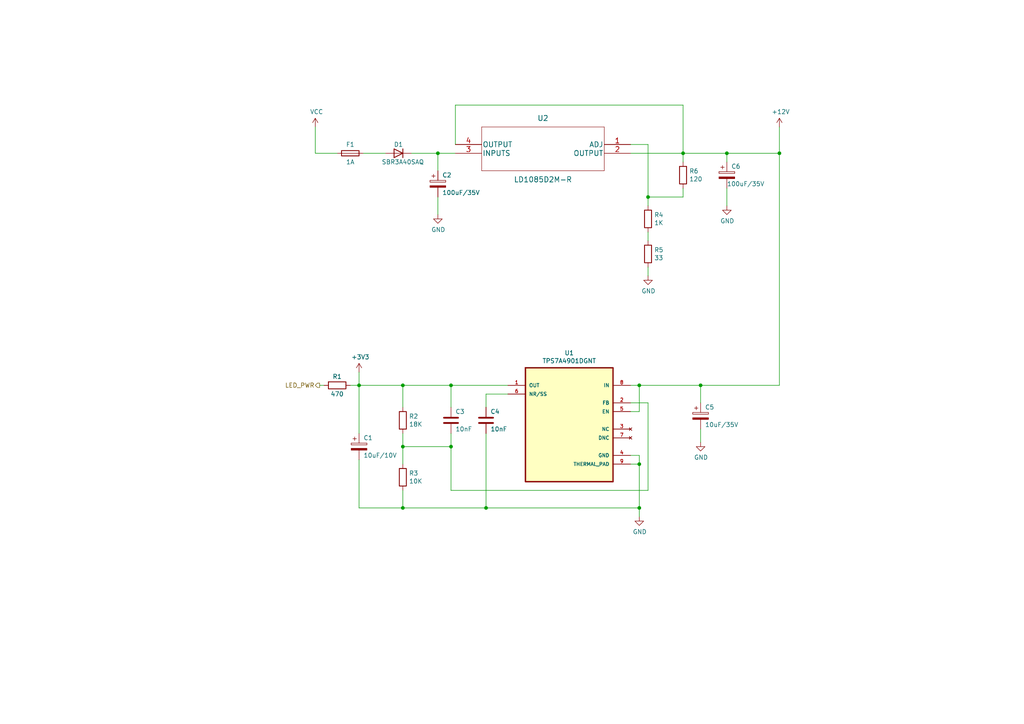
<source format=kicad_sch>
(kicad_sch (version 20211123) (generator eeschema)
  (paper "A4")
  (title_block (title "KAPAK/VANA KONTROL KARTI") (date "2022-06-28") (rev "2.0") (company "AKIM Elektronik LTD. STI.") (comment 1 "kursad@akim.com.tr") (comment 2 "Kursad Karslioglu"))
  (lib_symbols
    (symbol "Device:C" (pin_numbers hide) (pin_names (offset 0.254))
      (property "Reference" "C" (at 0.635 2.54 0))
      (property "Value" "C" (at 0.635 -2.54 0))
      (symbol "C_0_1"
        (polyline (pts (xy -2.032 -0.762) (xy 2.032 -0.762)) (stroke (width 0.508)))
        (polyline (pts (xy -2.032 0.762) (xy 2.032 0.762)) (stroke (width 0.508)))
      )
      (symbol "C_1_1"
        (pin passive line (at 0 3.81 270) (length 2.794) (name "~") (number "1"))
        (pin passive line (at 0 -3.81 90) (length 2.794) (name "~") (number "2"))
      )
    )
    (symbol "Device:CP" (pin_numbers hide) (pin_names (offset 0.254))
      (property "Reference" "C" (at 0.635 2.54 0))
      (property "Value" "Device_CP" (at 0.635 -2.54 0))
      (symbol "CP_0_1"
        (rectangle (start -2.286 0.508) (end 2.286 1.016))
        (polyline (pts (xy -1.778 2.286) (xy -0.762 2.286)))
        (polyline (pts (xy -1.27 2.794) (xy -1.27 1.778)))
        (rectangle (start 2.286 -0.508) (end -2.286 -1.016) (fill (type outline)))
      )
      (symbol "CP_1_1"
        (pin passive line (at 0 3.81 270) (length 2.794) (name "~") (number "1"))
        (pin passive line (at 0 -3.81 90) (length 2.794) (name "~") (number "2"))
      )
    )
    (symbol "Device:D" (pin_numbers hide) (pin_names (offset 1.016) hide)
      (property "Reference" "D" (at 0 2.54 0))
      (property "Value" "D" (at 0 -2.54 0))
      (symbol "D_0_1"
        (polyline (pts (xy -1.27 1.27) (xy -1.27 -1.27)) (stroke (width 0.254)))
        (polyline (pts (xy 1.27 0) (xy -1.27 0)))
        (polyline (pts (xy 1.27 1.27) (xy 1.27 -1.27) (xy -1.27 0) (xy 1.27 1.27)) (stroke (width 0.254)))
      )
      (symbol "D_1_1"
        (pin passive line (at -3.81 0 0) (length 2.54) (name "K") (number "1"))
        (pin passive line (at 3.81 0 180) (length 2.54) (name "A") (number "2"))
      )
    )
    (symbol "Device:Fuse" (pin_numbers hide) (pin_names (offset 0))
      (property "Reference" "F" (at 2.032 0 90))
      (property "Value" "Fuse" (at -1.905 0 90))
      (symbol "Fuse_0_1"
        (rectangle (start -0.762 -2.54) (end 0.762 2.54) (stroke (width 0.254)))
        (polyline (pts (xy 0 2.54) (xy 0 -2.54)))
      )
      (symbol "Fuse_1_1"
        (pin passive line (at 0 3.81 270) (length 1.27) (name "~") (number "1"))
        (pin passive line (at 0 -3.81 90) (length 1.27) (name "~") (number "2"))
      )
    )
    (symbol "Device:R" (pin_numbers hide) (pin_names (offset 0))
      (property "Reference" "R" (at 2.032 0 90))
      (property "Value" "R" (at 0 0 90))
      (symbol "R_0_1"
        (rectangle (start -1.016 -2.54) (end 1.016 2.54) (stroke (width 0.254)))
      )
      (symbol "R_1_1"
        (pin passive line (at 0 3.81 270) (length 1.27) (name "~") (number "1"))
        (pin passive line (at 0 -3.81 90) (length 1.27) (name "~") (number "2"))
      )
    )
    (symbol "LD1085D2MR:LD1085D2M-R" (pin_names (offset 0.254))
      (property "Reference" "U" (at 25.4 10.16 0))
      (property "Value" "LD1085D2M-R" (at 25.4 7.62 0))
      (symbol "LD1085D2M-R_1_1"
        (polyline (pts (xy 7.62 -7.62) (xy 43.18 -7.62)) (stroke (width 0.127)))
        (polyline (pts (xy 7.62 5.08) (xy 7.62 -7.62)) (stroke (width 0.127)))
        (polyline (pts (xy 43.18 -7.62) (xy 43.18 5.08)) (stroke (width 0.127)))
        (polyline (pts (xy 43.18 5.08) (xy 7.62 5.08)) (stroke (width 0.127)))
        (pin unspecified line (at 0 0 0) (length 7.62) (name "ADJ") (number "1"))
        (pin output line (at 0 -2.54 0) (length 7.62) (name "OUTPUT") (number "2"))
        (pin input line (at 50.8 -2.54 180) (length 7.62) (name "INPUTS") (number "3"))
        (pin output line (at 50.8 0 180) (length 7.62) (name "OUTPUT") (number "4"))
      )
    )
    (symbol "TPS7A4901DGNT:TPS7A4901DGNT" (pin_names (offset 1.016))
      (property "Reference" "U" (at -5.4864 14.5796 0))
      (property "Value" "TPS7A4901DGNT" (at -3.7846 -23.2918 0))
      (symbol "TPS7A4901DGNT_0_0"
        (rectangle (start -12.7 -20.32) (end 12.7 12.7) (stroke (width 0.4064)) (fill (type background)))
        (pin output line (at 17.78 7.62 180) (length 5.08) (name "OUT") (number "1"))
        (pin input line (at -17.78 2.54 0) (length 5.08) (name "FB") (number "2"))
        (pin no_connect line (at -17.78 -5.08 0) (length 5.08) (name "NC") (number "3"))
        (pin passive line (at -17.78 -12.7 0) (length 5.08) (name "GND") (number "4"))
        (pin input line (at -17.78 0 0) (length 5.08) (name "EN") (number "5"))
        (pin input line (at 17.78 5.08 180) (length 5.08) (name "NR/SS") (number "6"))
        (pin no_connect line (at -17.78 -7.62 0) (length 5.08) (name "DNC") (number "7"))
        (pin power_in line (at -17.78 7.62 0) (length 5.08) (name "IN") (number "8"))
        (pin passive line (at -17.78 -15.24 0) (length 5.08) (name "THERMAL_PAD") (number "9"))
      )
    )
    (symbol "power:+12V" (power) (pin_names (offset 0))
      (property "Value" "+12V" (at 0 3.556 0))
      (symbol "+12V_0_1"
        (polyline (pts (xy -0.762 1.27) (xy 0 2.54)))
        (polyline (pts (xy 0 0) (xy 0 2.54)))
        (polyline (pts (xy 0 2.54) (xy 0.762 1.27)))
      )
      (symbol "+12V_1_1"
        (pin power_in line (at 0 0 90) (length 0) hide (name "+12V") (number "1"))
      )
    )
    (symbol "power:+3V3" (power) (pin_names (offset 0))
      (property "Value" "+3V3" (at 0 3.556 0))
      (symbol "+3V3_0_1"
        (polyline (pts (xy -0.762 1.27) (xy 0 2.54)))
        (polyline (pts (xy 0 0) (xy 0 2.54)))
        (polyline (pts (xy 0 2.54) (xy 0.762 1.27)))
      )
      (symbol "+3V3_1_1"
        (pin power_in line (at 0 0 90) (length 0) hide (name "+3V3") (number "1"))
      )
    )
    (symbol "power:GND" (power) (pin_names (offset 0))
      (property "Value" "GND" (at 0 -3.81 0))
      (symbol "GND_0_1"
        (polyline (pts (xy 0 0) (xy 0 -1.27) (xy 1.27 -1.27) (xy 0 -2.54) (xy -1.27 -1.27) (xy 0 -1.27)))
      )
      (symbol "GND_1_1"
        (pin power_in line (at 0 0 270) (length 0) hide (name "GND") (number "1"))
      )
    )
    (symbol "power:VCC" (power) (pin_names (offset 0))
      (property "Value" "VCC" (at 0 3.81 0))
      (symbol "VCC_0_1"
        (polyline (pts (xy -0.762 1.27) (xy 0 2.54)))
        (polyline (pts (xy 0 0) (xy 0 2.54)))
        (polyline (pts (xy 0 2.54) (xy 0.762 1.27)))
      )
      (symbol "VCC_1_1"
        (pin power_in line (at 0 0 90) (length 0) hide (name "VCC") (number "1"))
      )
    )
  )
  (junction (at 116.84 147.32))
  (junction (at 185.42 134.62))
  (junction (at 127 44.45))
  (junction (at 203.2 111.76))
  (junction (at 185.42 111.76))
  (junction (at 185.42 147.32))
  (junction (at 104.14 111.76))
  (junction (at 140.97 147.32))
  (junction (at 226.06 44.45))
  (junction (at 187.96 57.15))
  (junction (at 116.84 111.76))
  (junction (at 198.12 44.45))
  (junction (at 130.81 129.54))
  (junction (at 210.82 44.45))
  (junction (at 130.81 111.76))
  (junction (at 116.84 129.54))
  (wire (pts (xy 132.08 41.91) (xy 132.08 30.48)))
  (wire (pts (xy 210.82 44.45) (xy 198.12 44.45)))
  (wire (pts (xy 140.97 114.3) (xy 140.97 118.11)))
  (wire (pts (xy 104.14 133.35) (xy 104.14 147.32)))
  (wire (pts (xy 130.81 129.54) (xy 130.81 125.73)))
  (wire (pts (xy 185.42 134.62) (xy 185.42 147.32)))
  (wire (pts (xy 130.81 142.24) (xy 187.96 142.24)))
  (wire (pts (xy 127 62.23) (xy 127 57.15)))
  (wire (pts (xy 226.06 36.83) (xy 226.06 44.45)))
  (wire (pts (xy 203.2 111.76) (xy 185.42 111.76)))
  (wire (pts (xy 203.2 111.76) (xy 203.2 116.84)))
  (wire (pts (xy 104.14 111.76) (xy 116.84 111.76)))
  (wire (pts (xy 147.32 114.3) (xy 140.97 114.3)))
  (wire (pts (xy 185.42 111.76) (xy 182.88 111.76)))
  (wire (pts (xy 116.84 129.54) (xy 130.81 129.54)))
  (wire (pts (xy 198.12 46.99) (xy 198.12 44.45)))
  (wire (pts (xy 140.97 147.32) (xy 185.42 147.32)))
  (wire (pts (xy 198.12 57.15) (xy 187.96 57.15)))
  (wire (pts (xy 226.06 44.45) (xy 226.06 111.76)))
  (wire (pts (xy 116.84 111.76) (xy 130.81 111.76)))
  (wire (pts (xy 185.42 119.38) (xy 185.42 111.76)))
  (wire (pts (xy 140.97 125.73) (xy 140.97 147.32)))
  (wire (pts (xy 187.96 59.69) (xy 187.96 57.15)))
  (wire (pts (xy 185.42 132.08) (xy 185.42 134.62)))
  (wire (pts (xy 101.6 111.76) (xy 104.14 111.76)))
  (wire (pts (xy 116.84 118.11) (xy 116.84 111.76)))
  (wire (pts (xy 198.12 44.45) (xy 182.88 44.45)))
  (wire (pts (xy 198.12 30.48) (xy 198.12 44.45)))
  (wire (pts (xy 185.42 147.32) (xy 185.42 149.86)))
  (wire (pts (xy 116.84 129.54) (xy 116.84 125.73)))
  (wire (pts (xy 116.84 134.62) (xy 116.84 129.54)))
  (wire (pts (xy 226.06 111.76) (xy 203.2 111.76)))
  (wire (pts (xy 91.44 36.83) (xy 91.44 44.45)))
  (wire (pts (xy 182.88 116.84) (xy 187.96 116.84)))
  (wire (pts (xy 91.44 44.45) (xy 97.79 44.45)))
  (wire (pts (xy 104.14 147.32) (xy 116.84 147.32)))
  (wire (pts (xy 210.82 54.61) (xy 210.82 59.69)))
  (wire (pts (xy 105.41 44.45) (xy 111.76 44.45)))
  (wire (pts (xy 187.96 77.47) (xy 187.96 80.01)))
  (wire (pts (xy 130.81 142.24) (xy 130.81 129.54)))
  (wire (pts (xy 182.88 134.62) (xy 185.42 134.62)))
  (wire (pts (xy 92.71 111.76) (xy 93.98 111.76)))
  (wire (pts (xy 127 44.45) (xy 132.08 44.45)))
  (wire (pts (xy 130.81 118.11) (xy 130.81 111.76)))
  (wire (pts (xy 182.88 132.08) (xy 185.42 132.08)))
  (wire (pts (xy 116.84 142.24) (xy 116.84 147.32)))
  (wire (pts (xy 203.2 124.46) (xy 203.2 128.27)))
  (wire (pts (xy 182.88 119.38) (xy 185.42 119.38)))
  (wire (pts (xy 104.14 107.95) (xy 104.14 111.76)))
  (wire (pts (xy 198.12 54.61) (xy 198.12 57.15)))
  (wire (pts (xy 104.14 125.73) (xy 104.14 111.76)))
  (wire (pts (xy 187.96 57.15) (xy 187.96 41.91)))
  (wire (pts (xy 127 49.53) (xy 127 44.45)))
  (wire (pts (xy 132.08 30.48) (xy 198.12 30.48)))
  (wire (pts (xy 130.81 111.76) (xy 147.32 111.76)))
  (wire (pts (xy 116.84 147.32) (xy 140.97 147.32)))
  (wire (pts (xy 187.96 41.91) (xy 182.88 41.91)))
  (wire (pts (xy 187.96 67.31) (xy 187.96 69.85)))
  (wire (pts (xy 119.38 44.45) (xy 127 44.45)))
  (wire (pts (xy 187.96 116.84) (xy 187.96 142.24)))
  (wire (pts (xy 226.06 44.45) (xy 210.82 44.45)))
  (wire (pts (xy 210.82 46.99) (xy 210.82 44.45)))
  (hierarchical_label "LED_PWR" (shape output) (at 92.71 111.76 180))
  (symbol (lib_id "Device:CP") (at 127 53.34 0) (unit 1)
    (property "Reference" "C2" (at 128.27 50.8 0) (effects (justify left)))
    (property "Value" "100uF/35V" (at 128.27 55.88 0) (effects (justify left)))
    (property "Footprint" "Capacitor_SMD:CP_Elec_10x10.5" (effects hide))
    (property "Digikey" "PCE3951TR-ND" (effects hide))
  )
  (symbol (lib_id "Device:D") (at 115.57 44.45 180) (unit 1)
    (property "Reference" "D1" (at 115.57 41.91 0))
    (property "Value" "SBR3A40SAQ" (at 116.84 46.99 0))
    (property "Footprint" "Diode_SMD:D_SMB_Handsoldering" (effects hide))
    (property "Datasheet" "https://www.diodes.com/assets/Datasheets/SBR3A40SA.pdf" (effects hide))
    (property "DIGIKEY_PART_NUMBER" "SBR3A40SAQ-13DICT-ND" (effects hide))
    (property "Digikey" "SBR3A40SAQ-13DICT-ND" (effects hide))
  )
  (symbol (lib_id "Device:Fuse") (at 101.6 44.45 270) (unit 1)
    (property "Reference" "F1" (at 101.6 41.91 90))
    (property "Value" "1A" (at 101.6 46.99 90))
    (property "Footprint" "Fuse:Fuse_1206_3216Metric" (effects hide))
    (property "Digikey" "F2881CT-ND" (effects hide))
  )
  (symbol (lib_id "Device:R") (at 198.12 50.8 0) (unit 1)
    (property "Reference" "R6" (at 199.898 49.6316 0) (effects (justify left)))
    (property "Value" "120" (at 199.898 51.943 0) (effects (justify left)))
    (property "Footprint" "Resistor_SMD:R_0603_1608Metric" (effects hide))
    (property "Digikey" "311-120HRDKR-ND" (effects hide))
  )
  (symbol (lib_id "Device:R") (at 187.96 63.5 0) (unit 1)
    (property "Reference" "R4" (at 189.738 62.3316 0) (effects (justify left)))
    (property "Value" "1K" (at 189.738 64.643 0) (effects (justify left)))
    (property "Footprint" "Resistor_SMD:R_0603_1608Metric" (effects hide))
    (property "Digikey" "311-130KHRDKR-ND" (effects hide))
  )
  (symbol (lib_id "Device:CP") (at 210.82 50.8 0) (unit 1)
    (property "Reference" "C6" (at 212.09 48.26 0) (effects (justify left)))
    (property "Value" "100uF/35V" (at 210.82 53.34 0) (effects (justify left)))
    (property "Footprint" "Capacitor_SMD:CP_Elec_10x10.5" (effects hide))
    (property "Digikey" "PCE3951TR-ND" (effects hide))
  )
  (symbol (lib_id "power:GND") (at 187.96 80.01 0) (unit 1)
    (property "Reference" "#PWR015" (effects hide))
    (property "Value" "GND" (at 188.087 84.4042 0))
  )
  (symbol (lib_id "TPS7A4901DGNT:TPS7A4901DGNT") (at 165.1 119.38 0) (mirror y) (unit 1)
    (property "Reference" "U1" (at 165.1 102.362 0))
    (property "Value" "TPS7A4901DGNT" (at 165.1 104.6734 0))
    (property "Footprint" "TPS7A4901DGNT:SOP65P490X110-9N" (effects hide))
    (property "OC_NEWARK" "86R9814" (effects hide))
    (property "PACKAGE" "MSOP-8" (effects hide))
    (property "MPN" "TPS7A4901DGNT" (effects hide))
    (property "OC_FARNELL" "1841881" (effects hide))
    (property "SUPPLIER" "Texas Instruments" (effects hide))
    (property "Digikey" "296-27769-6-ND" (effects hide))
  )
  (symbol (lib_id "Device:C") (at 140.97 121.92 0) (unit 1)
    (property "Reference" "C4" (at 142.24 119.38 0) (effects (justify left)))
    (property "Value" "10nF" (at 142.24 124.46 0) (effects (justify left)))
    (property "Footprint" "Capacitor_SMD:C_0603_1608Metric" (effects hide))
    (property "Digikey" "1276-CL10B103KB8WPJCDKR-ND" (effects hide))
  )
  (symbol (lib_id "Device:CP") (at 203.2 120.65 0) (unit 1)
    (property "Reference" "C5" (at 204.47 118.11 0) (effects (justify left)))
    (property "Value" "10uF/35V" (at 204.47 123.19 0) (effects (justify left)))
    (property "Footprint" "Capacitor_SMD:CP_Elec_6.3x7.7" (effects hide))
    (property "Digikey" "10-EEE-FN1A100RDKR-ND" (effects hide))
  )
  (symbol (lib_id "power:GND") (at 203.2 128.27 0) (unit 1)
    (property "Reference" "#PWR016" (effects hide))
    (property "Value" "GND" (at 203.327 132.6642 0))
  )
  (symbol (lib_id "power:GND") (at 185.42 149.86 0) (unit 1)
    (property "Reference" "#PWR014" (effects hide))
    (property "Value" "GND" (at 185.547 154.2542 0))
  )
  (symbol (lib_id "power:+3V3") (at 104.14 107.95 0) (unit 1)
    (property "Reference" "#PWR012" (effects hide))
    (property "Value" "+3V3" (at 104.521 103.5558 0))
  )
  (symbol (lib_id "Device:C") (at 130.81 121.92 0) (unit 1)
    (property "Reference" "C3" (at 132.08 119.38 0) (effects (justify left)))
    (property "Value" "10nF" (at 132.08 124.46 0) (effects (justify left)))
    (property "Footprint" "Capacitor_SMD:C_0603_1608Metric" (effects hide))
    (property "Digikey" "1276-CL10B103KB8WPJCDKR-ND" (effects hide))
  )
  (symbol (lib_id "Device:R") (at 116.84 121.92 0) (unit 1)
    (property "Reference" "R2" (at 118.618 120.7516 0) (effects (justify left)))
    (property "Value" "18K" (at 118.618 123.063 0) (effects (justify left)))
    (property "Footprint" "Resistor_SMD:R_0603_1608Metric" (effects hide))
    (property "Digikey" "YAG3570DKR-ND" (effects hide))
  )
  (symbol (lib_id "Device:R") (at 116.84 138.43 0) (unit 1)
    (property "Reference" "R3" (at 118.618 137.2616 0) (effects (justify left)))
    (property "Value" "10K" (at 118.618 139.573 0) (effects (justify left)))
    (property "Footprint" "Resistor_SMD:R_0603_1608Metric" (effects hide))
    (property "Digikey" "311-10.0KHRDKR-ND" (effects hide))
  )
  (symbol (lib_id "Device:CP") (at 104.14 129.54 0) (unit 1)
    (property "Reference" "C1" (at 105.41 127 0) (effects (justify left)))
    (property "Value" "10uF/10V" (at 105.41 132.08 0) (effects (justify left)))
    (property "Footprint" "Capacitor_SMD:CP_Elec_6.3x7.7" (effects hide))
    (property "Digikey" "10-EEE-FN1A100RDKR-ND" (effects hide))
  )
  (symbol (lib_id "power:GND") (at 127 62.23 0) (unit 1)
    (property "Reference" "#PWR013" (effects hide))
    (property "Value" "GND" (at 127.127 66.6242 0))
  )
  (symbol (lib_id "power:+12V") (at 226.06 36.83 0) (unit 1)
    (property "Reference" "#PWR018" (effects hide))
    (property "Value" "+12V" (at 226.441 32.4358 0))
  )
  (symbol (lib_id "power:VCC") (at 91.44 36.83 0) (unit 1)
    (property "Reference" "#PWR011" (effects hide))
    (property "Value" "VCC" (at 91.821 32.4358 0))
  )
  (symbol (lib_id "LD1085D2MR:LD1085D2M-R") (at 182.88 41.91 0) (mirror y) (unit 1)
    (property "Reference" "U2" (at 157.48 34.29 0) (effects (font (size 1.524 1.524))))
    (property "Value" "LD1085D2M-R" (at 157.48 52.07 0) (effects (font (size 1.524 1.524))))
    (property "Footprint" "LD1085D2MR:LD1085D2M-R" (effects hide))
    (property "Datasheet" "https://www.st.com/resource/en/datasheet/ld1085.pdf" (effects hide))
    (property "Digikey" "497-3419-6-ND" (effects hide))
  )
  (symbol (lib_id "power:GND") (at 210.82 59.69 0) (unit 1)
    (property "Reference" "#PWR017" (effects hide))
    (property "Value" "GND" (at 210.947 64.0842 0))
  )
  (symbol (lib_id "Device:R") (at 187.96 73.66 0) (unit 1)
    (property "Reference" "R5" (at 189.738 72.4916 0) (effects (justify left)))
    (property "Value" "33" (at 189.738 74.803 0) (effects (justify left)))
    (property "Footprint" "Resistor_SMD:R_0603_1608Metric" (effects hide))
    (property "Digikey" "13-RC0603FR-1333RLDKR-ND" (effects hide))
  )
  (symbol (lib_id "Device:R") (at 97.79 111.76 270) (unit 1)
    (property "Reference" "R1" (at 97.79 109.22 90))
    (property "Value" "470" (at 97.79 114.3 90))
    (property "Footprint" "Resistor_SMD:R_0603_1608Metric" (effects hide))
    (property "Digikey" "YAG1301DKR-ND" (effects hide))
  )
)
</source>
